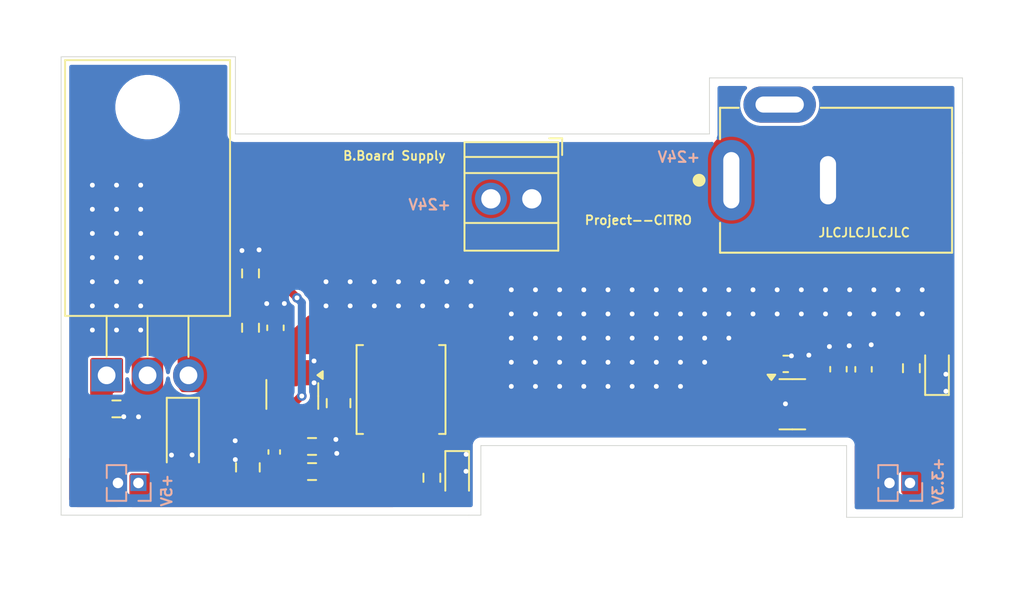
<source format=kicad_pcb>
(kicad_pcb (version 20240819) (generator "pcbnew") (generator_version "8.99")
  (layers (0 "F.Cu" signal) (2 "B.Cu" signal) (13 "F.Paste" user) (15 "B.Paste" user) (5 "F.SilkS" user "F.Silkscreen") (7 "B.SilkS" user "B.Silkscreen") (1 "F.Mask" user) (3 "B.Mask" user) (25 "Edge.Cuts" user))
  (net 0 "")
  (net 1 "GND")
  (net 2 "Net-(D1-K)")
  (net 3 "Net-(U1-SW)")
  (net 4 "Net-(U1-BOOT)")
  (net 5 "+5V")
  (net 6 "Net-(U1-FB)")
  (net 7 "+3.3V")
  (net 8 "24V")
  (net 9 "Net-(Q1-G)")
  (net 10 "Net-(U1-EN)")
  (net 12 "Net-(D2-A)")
  (net 13 "Net-(D3-A)")
  (footprint "Capacitor_SMD:C_0805_2012Metric_Pad1.18x1.45mm_HandSolder" (layer "F.Cu") (at 154.279 93.0405 90)
    (property "Reference" "C2")
    (property "Value" "100n")
    (fp_line (start -0.261252 -0.735) (end 0.261252 -0.735) (stroke (width 0.12)) (layer "F.SilkS"))
    (fp_line (start -0.261252 0.735) (end 0.261252 0.735) (stroke (width 0.12)) (layer "F.SilkS"))
    (pad "1" smd roundrect (at -1.0375 0 90) (size 1.175 1.45) (layers "F.Cu" "F.Mask" "F.Paste") (roundrect_rratio 0.212766) (net 4 "Net-(U1-BOOT)"))
    (pad "2" smd roundrect (at 1.0375 0 90) (size 1.175 1.45) (layers "F.Cu" "F.Mask" "F.Paste") (roundrect_rratio 0.212766) (net 3 "Net-(U1-SW)"))
  )
  (footprint "Resistor_SMD:R_0603_1608Metric_Pad0.98x0.95mm_HandSolder" (layer "F.Cu") (at 152.6345 97.291 180)
    (property "Reference" "R2")
    (property "Value" "100K")
    (fp_line (start -0.254724 0.5225) (end 0.254724 0.5225) (stroke (width 0.12)) (layer "F.SilkS"))
    (fp_line (start -0.254724 -0.5225) (end 0.254724 -0.5225) (stroke (width 0.12)) (layer "F.SilkS"))
    (pad "1" smd roundrect (at -0.9125 0 180) (size 0.975 0.95) (layers "F.Cu" "F.Mask" "F.Paste") (net 6 "Net-(U1-FB)"))
    (pad "2" smd roundrect (at 0.9125 0 180) (size 0.975 0.95) (layers "F.Cu" "F.Mask" "F.Paste") (net 5 "+5V"))
  )
  (footprint "Package_TO_SOT_THT:TO-220-3_Horizontal_TabDown" (layer "F.Cu") (at 139.885 91.314)
    (property "Reference" "Qe")
    (property "Value" "FQP47P06")
    (fp_line (start -2.58 -19.58) (end -2.58 -3.69) (stroke (width 0.12)) (layer "F.SilkS"))
    (fp_line (start -2.58 -19.58) (end 7.66 -19.58) (stroke (width 0.12)) (layer "F.SilkS"))
    (fp_line (start -2.58 -3.69) (end 7.66 -3.69) (stroke (width 0.12)) (layer "F.SilkS"))
    (fp_line (start 0 -3.69) (end 0 -1.15) (stroke (width 0.12)) (layer "F.SilkS"))
    (fp_line (start 2.54 -3.69) (end 2.54 -1.15) (stroke (width 0.12)) (layer "F.SilkS"))
    (fp_line (start 5.08 -3.69) (end 5.08 -1.15) (stroke (width 0.12)) (layer "F.SilkS"))
    (fp_line (start 7.66 -19.58) (end 7.66 -3.69) (stroke (width 0.12)) (layer "F.SilkS"))
    (pad "" np_thru_hole oval (at 2.54 -16.66) (size 3.5 3.5) (drill 3.5) (layers "*.Cu" "*.Mask"))
    (pad "1" thru_hole rect (at 0 0) (size 1.905 2) (drill 1.1) (layers "*.Cu" "*.Mask") (net 9 "Net-(Q1-G)"))
    (pad "2" thru_hole oval (at 2.54 0) (size 1.905 2) (drill 1.1) (layers "*.Cu" "*.Mask") (net 2 "Net-(D1-K)"))
    (pad "3" thru_hole oval (at 5.08 0) (size 1.905 2) (drill 1.1) (layers "*.Cu" "*.Mask") (net 8 "24V"))
  )
  (footprint "Resistor_SMD:R_0603_1608Metric_Pad0.98x0.95mm_HandSolder" (layer "F.Cu") (at 152.6325 95.731 180)
    (property "Reference" "R3")
    (property "Value" "13.7K")
    (fp_line (start -0.254724 0.5225) (end 0.254724 0.5225) (stroke (width 0.12)) (layer "F.SilkS"))
    (fp_line (start -0.254724 -0.5225) (end 0.254724 -0.5225) (stroke (width 0.12)) (layer "F.SilkS"))
    (pad "1" smd roundrect (at -0.9125 0 180) (size 0.975 0.95) (layers "F.Cu" "F.Mask" "F.Paste") (net 1 "GND"))
    (pad "2" smd roundrect (at 0.9125 0 180) (size 0.975 0.95) (layers "F.Cu" "F.Mask" "F.Paste") (net 6 "Net-(U1-FB)"))
  )
  (footprint "TerminalBlock:TerminalBlock_Xinya_XY308-2.54-2P_1x02_P2.54mm_Horizontal" (layer "F.Cu") (at 166.275 80.35 180)
    (property "Reference" "J4")
    (property "Value" "Screw_Terminal_01x02")
    (fp_line (start 4.18 -3.22) (end 4.18 3.52) (stroke (width 0.12)) (layer "F.SilkS"))
    (fp_line (start -1.64 3.52) (end 4.18 3.52) (stroke (width 0.12)) (layer "F.SilkS"))
    (fp_line (start -1.64 2.6) (end 4.18 2.6) (stroke (width 0.12)) (layer "F.SilkS"))
    (fp_line (start -1.64 1.6) (end 4.18 1.6) (stroke (width 0.12)) (layer "F.SilkS"))
    (fp_line (start -1.64 -1.501) (end 4.18 -1.501) (stroke (width 0.12)) (layer "F.SilkS"))
    (fp_line (start -1.64 -3.22) (end 4.18 -3.22) (stroke (width 0.12)) (layer "F.SilkS"))
    (fp_line (start -1.64 -3.22) (end -1.64 3.52) (stroke (width 0.12)) (layer "F.SilkS"))
    (fp_line (start -1.88 3.76) (end -1.08 3.76) (stroke (width 0.12)) (layer "F.SilkS"))
    (fp_line (start -1.88 2.72) (end -1.88 3.76) (stroke (width 0.12)) (layer "F.SilkS"))
    (pad "1" thru_hole rect (at 0 0 180) (size 2 2) (drill 1.2) (layers "*.Cu" "*.Mask") (net 1 "GND"))
    (pad "2" thru_hole circle (at 2.54 0 180) (size 2 2) (drill 1.2) (layers "*.Cu" "*.Mask") (net 8 "24V"))
  )
  (footprint "Capacitor_SMD:C_0603_1608Metric_Pad1.08x0.95mm_HandSolder" (layer "F.Cu") (at 186.86 90.94 90)
    (property "Reference" "C7")
    (property "Value" "2.2u")
    (fp_line (start -0.146267 -0.51) (end 0.146267 -0.51) (stroke (width 0.12)) (layer "F.SilkS"))
    (fp_line (start -0.146267 0.51) (end 0.146267 0.51) (stroke (width 0.12)) (layer "F.SilkS"))
    (pad "1" smd roundrect (at -0.8625 0 90) (size 1.075 0.95) (layers "F.Cu" "F.Mask" "F.Paste") (net 7 "+3.3V"))
    (pad "2" smd roundrect (at 0.8625 0 90) (size 1.075 0.95) (layers "F.Cu" "F.Mask" "F.Paste") (net 1 "GND"))
  )
  (footprint "Diode_SMD:D_SOD-123" (layer "F.Cu") (at 144.618 95.071 -90)
    (property "Reference" "D1")
    (property "Value" "D_Schottky")
    (fp_line (start -2.36 1) (end 1.65 1) (stroke (width 0.12)) (layer "F.SilkS"))
    (fp_line (start -2.36 -1) (end -2.36 1) (stroke (width 0.12)) (layer "F.SilkS"))
    (fp_line (start -2.36 -1) (end 1.65 -1) (stroke (width 0.12)) (layer "F.SilkS"))
    (pad "1" smd roundrect (at -1.65 0 270) (size 0.9 1.2) (layers "F.Cu" "F.Mask" "F.Paste") (net 2 "Net-(D1-K)"))
    (pad "2" smd roundrect (at 1.65 0 270) (size 0.9 1.2) (layers "F.Cu" "F.Mask" "F.Paste") (net 1 "GND"))
  )
  (footprint "Resistor_SMD:R_0603_1608Metric_Pad0.98x0.95mm_HandSolder" (layer "F.Cu") (at 148.8165 88.358 -90)
    (property "Reference" "R1")
    (property "Value" "511K")
    (fp_line (start -0.254724 0.5225) (end 0.254724 0.5225) (stroke (width 0.12)) (layer "F.SilkS"))
    (fp_line (start -0.254724 -0.5225) (end 0.254724 -0.5225) (stroke (width 0.12)) (layer "F.SilkS"))
    (pad "1" smd roundrect (at -0.9125 0 270) (size 0.975 0.95) (layers "F.Cu" "F.Mask" "F.Paste") (net 10 "Net-(U1-EN)"))
    (pad "2" smd roundrect (at 0.9125 0 270) (size 0.975 0.95) (layers "F.Cu" "F.Mask" "F.Paste") (net 2 "Net-(D1-K)"))
  )
  (footprint "Capacitor_SMD:C_0603_1608Metric_Pad1.08x0.95mm_HandSolder" (layer "F.Cu") (at 185.3025 90.9325 90)
    (property "Reference" "C6")
    (property "Value" "2.2u")
    (fp_line (start -0.146267 -0.51) (end 0.146267 -0.51) (stroke (width 0.12)) (layer "F.SilkS"))
    (fp_line (start -0.146267 0.51) (end 0.146267 0.51) (stroke (width 0.12)) (layer "F.SilkS"))
    (pad "1" smd roundrect (at -0.8625 0 90) (size 1.075 0.95) (layers "F.Cu" "F.Mask" "F.Paste") (net 7 "+3.3V"))
    (pad "2" smd roundrect (at 0.8625 0 90) (size 1.075 0.95) (layers "F.Cu" "F.Mask" "F.Paste") (net 1 "GND"))
  )
  (footprint "LED_SMD:LED_0603_1608Metric_Pad1.05x0.95mm_HandSolder" (layer "F.Cu") (at 191.42 90.8725 90)
    (property "Reference" "D3")
    (property "Value" "LED")
    (fp_line (start 0.8 -0.735) (end -1.66 -0.735) (stroke (width 0.12)) (layer "F.SilkS"))
    (fp_line (start -1.66 -0.735) (end -1.66 0.735) (stroke (width 0.12)) (layer "F.SilkS"))
    (fp_line (start -1.66 0.735) (end 0.8 0.735) (stroke (width 0.12)) (layer "F.SilkS"))
    (pad "1" smd roundrect (at -0.875 0 90) (size 1.05 0.95) (layers "F.Cu" "F.Mask" "F.Paste") (net 1 "GND"))
    (pad "2" smd roundrect (at 0.875 0 90) (size 1.05 0.95) (layers "F.Cu" "F.Mask" "F.Paste") (net 13 "Net-(D3-A)"))
  )
  (footprint "Capacitor_SMD:C_0603_1608Metric_Pad1.08x0.95mm_HandSolder" (layer "F.Cu") (at 182.0325 90.6025)
    (property "Reference" "C5")
    (property "Value" "2.2u")
    (fp_line (start -0.146267 -0.51) (end 0.146267 -0.51) (stroke (width 0.12)) (layer "F.SilkS"))
    (fp_line (start -0.146267 0.51) (end 0.146267 0.51) (stroke (width 0.12)) (layer "F.SilkS"))
    (pad "1" smd roundrect (at -0.8625 0) (size 1.075 0.95) (layers "F.Cu" "F.Mask" "F.Paste") (net 5 "+5V"))
    (pad "2" smd roundrect (at 0.8625 0) (size 1.075 0.95) (layers "F.Cu" "F.Mask" "F.Paste") (net 1 "GND"))
  )
  (footprint "Resistor_SMD:R_0603_1608Metric_Pad0.98x0.95mm_HandSolder" (layer "F.Cu") (at 148.816 84.983 -90)
    (property "Reference" "R7")
    (property "Value" "105K")
    (fp_line (start -0.254724 0.5225) (end 0.254724 0.5225) (stroke (width 0.12)) (layer "F.SilkS"))
    (fp_line (start -0.254724 -0.5225) (end 0.254724 -0.5225) (stroke (width 0.12)) (layer "F.SilkS"))
    (pad "1" smd roundrect (at -0.9125 0 270) (size 0.975 0.95) (layers "F.Cu" "F.Mask" "F.Paste") (net 1 "GND"))
    (pad "2" smd roundrect (at 0.9125 0 270) (size 0.975 0.95) (layers "F.Cu" "F.Mask" "F.Paste") (net 10 "Net-(U1-EN)"))
  )
  (footprint "Resistor_SMD:R_0603_1608Metric_Pad0.98x0.95mm_HandSolder" (layer "F.Cu") (at 189.83 90.87 -90)
    (property "Reference" "R6")
    (property "Value" "1K")
    (fp_line (start -0.254724 0.5225) (end 0.254724 0.5225) (stroke (width 0.12)) (layer "F.SilkS"))
    (fp_line (start -0.254724 -0.5225) (end 0.254724 -0.5225) (stroke (width 0.12)) (layer "F.SilkS"))
    (pad "1" smd roundrect (at -0.9125 0 270) (size 0.975 0.95) (layers "F.Cu" "F.Mask" "F.Paste") (net 13 "Net-(D3-A)"))
    (pad "2" smd roundrect (at 0.9125 0 270) (size 0.975 0.95) (layers "F.Cu" "F.Mask" "F.Paste") (net 7 "+3.3V"))
  )
  (footprint "Capacitor_SMD:C_0402_1005Metric_Pad0.74x0.62mm_HandSolder" (layer "F.Cu") (at 150.288 96.075 90)
    (property "Reference" "C3")
    (property "Value" "68p")
    (fp_line (start -0.115835 -0.36) (end 0.115835 -0.36) (stroke (width 0.12)) (layer "F.SilkS"))
    (fp_line (start -0.115835 0.36) (end 0.115835 0.36) (stroke (width 0.12)) (layer "F.SilkS"))
    (pad "1" smd roundrect (at -0.5675 0 90) (size 0.735 0.62) (layers "F.Cu" "F.Mask" "F.Paste") (net 5 "+5V"))
    (pad "2" smd roundrect (at 0.5675 0 90) (size 0.735 0.62) (layers "F.Cu" "F.Mask" "F.Paste") (net 6 "Net-(U1-FB)"))
  )
  (footprint "Package_TO_SOT_SMD:SOT-23-5" (layer "F.Cu") (at 182.4425 93.11)
    (property "Reference" "U2")
    (property "Value" "LP5907MFX-3.3")
    (fp_line (start 0 -1.56) (end -0.8 -1.56) (stroke (width 0.12)) (layer "F.SilkS"))
    (fp_line (start 0 -1.56) (end 0.8 -1.56) (stroke (width 0.12)) (layer "F.SilkS"))
    (fp_line (start 0 1.56) (end -0.8 1.56) (stroke (width 0.12)) (layer "F.SilkS"))
    (fp_line (start 0 1.56) (end 0.8 1.56) (stroke (width 0.12)) (layer "F.SilkS"))
    (fp_poly (pts (xy -1.3 -1.51) (xy -1.54 -1.84) (xy -1.06 -1.84) (xy -1.3 -1.51)) (stroke (width 0.12)) (fill solid) (layer "F.SilkS"))
    (pad "1" smd roundrect (at -1.1375 -0.95) (size 1.325 0.6) (layers "F.Cu" "F.Mask" "F.Paste") (net 5 "+5V"))
    (pad "2" smd roundrect (at -1.1375 0) (size 1.325 0.6) (layers "F.Cu" "F.Mask" "F.Paste") (net 1 "GND"))
    (pad "3" smd roundrect (at -1.1375 0.95) (size 1.325 0.6) (layers "F.Cu" "F.Mask" "F.Paste") (net 5 "+5V"))
    (pad "4" smd roundrect (at 1.1375 0.95) (size 1.325 0.6) (layers "F.Cu" "F.Mask" "F.Paste"))
    (pad "5" smd roundrect (at 1.1375 -0.95) (size 1.325 0.6) (layers "F.Cu" "F.Mask" "F.Paste") (net 7 "+3.3V"))
  )
  (footprint "Capacitor_SMD:C_0603_1608Metric_Pad1.08x0.95mm_HandSolder" (layer "F.Cu") (at 150.363 88.361 90)
    (property "Reference" "C1")
    (property "Value" "22u")
    (fp_line (start -0.146267 -0.51) (end 0.146267 -0.51) (stroke (width 0.12)) (layer "F.SilkS"))
    (fp_line (start -0.146267 0.51) (end 0.146267 0.51) (stroke (width 0.12)) (layer "F.SilkS"))
    (pad "1" smd roundrect (at -0.8625 0 90) (size 1.075 0.95) (layers "F.Cu" "F.Mask" "F.Paste") (net 2 "Net-(D1-K)"))
    (pad "2" smd roundrect (at 0.8625 0 90) (size 1.075 0.95) (layers "F.Cu" "F.Mask" "F.Paste") (net 1 "GND"))
  )
  (footprint "Inductor_SMD:L_Changjiang_FNR5040S" (layer "F.Cu") (at 158.1565 92.194 -90)
    (property "Reference" "L1")
    (property "Value" "15u58mOhm")
    (fp_line (start -2.76 2.76) (end 2.76 2.76) (stroke (width 0.12)) (layer "F.SilkS"))
    (fp_line (start -2.76 2.76) (end -2.76 2.36) (stroke (width 0.12)) (layer "F.SilkS"))
    (fp_line (start 2.76 2.76) (end 2.76 2.36) (stroke (width 0.12)) (layer "F.SilkS"))
    (fp_line (start -2.76 -2.76) (end -2.76 -2.36) (stroke (width 0.12)) (layer "F.SilkS"))
    (fp_line (start -2.76 -2.76) (end 2.76 -2.76) (stroke (width 0.12)) (layer "F.SilkS"))
    (fp_line (start 2.76 -2.76) (end 2.76 -2.36) (stroke (width 0.12)) (layer "F.SilkS"))
    (pad "1" smd rect (at -1.85 0 270) (size 1.4 4.2) (layers "F.Cu" "F.Mask" "F.Paste") (net 3 "Net-(U1-SW)"))
    (pad "2" smd rect (at 1.85 0 270) (size 1.4 4.2) (layers "F.Cu" "F.Mask" "F.Paste") (net 5 "+5V"))
  )
  (footprint "LED_SMD:LED_0603_1608Metric_Pad1.05x0.95mm_HandSolder" (layer "F.Cu") (at 161.64 97.677 -90)
    (property "Reference" "D2")
    (property "Value" "LED")
    (fp_line (start -1.66 0.735) (end 0.8 0.735) (stroke (width 0.12)) (layer "F.SilkS"))
    (fp_line (start -1.66 -0.735) (end -1.66 0.735) (stroke (width 0.12)) (layer "F.SilkS"))
    (fp_line (start 0.8 -0.735) (end -1.66 -0.735) (stroke (width 0.12)) (layer "F.SilkS"))
    (pad "1" smd roundrect (at -0.875 0 270) (size 1.05 0.95) (layers "F.Cu" "F.Mask" "F.Paste") (net 1 "GND"))
    (pad "2" smd roundrect (at 0.875 0 270) (size 1.05 0.95) (layers "F.Cu" "F.Mask" "F.Paste") (net 12 "Net-(D2-A)"))
  )
  (footprint "Barrel_Connector:CUI_PJ-002A" (layer "F.Cu") (at 178.655 79.195)
    (property "Reference" "J1")
    (property "Value" "Barrel_Jack_MountingPin")
    (fp_line (start -0.7 -4.5) (end 0.45 -4.5) (stroke (width 0.127)) (layer "F.SilkS"))
    (fp_line (start -0.7 -2.55) (end -0.7 -4.5) (stroke (width 0.127)) (layer "F.SilkS"))
    (fp_line (start -0.7 4.5) (end -0.7 2.65) (stroke (width 0.127)) (layer "F.SilkS"))
    (fp_line (start 5.55 -4.5) (end 13.7 -4.5) (stroke (width 0.127)) (layer "F.SilkS"))
    (fp_line (start 13.7 -4.5) (end 13.7 4.5) (stroke (width 0.127)) (layer "F.SilkS"))
    (fp_line (start 13.7 4.5) (end -0.7 4.5) (stroke (width 0.127)) (layer "F.SilkS"))
    (fp_circle (center -2 0) (end -1.8 0) (stroke (width 0.4)) (fill none) (layer "F.SilkS"))
    (pad "1" thru_hole oval (at 0 0) (size 2.5 5) (drill oval 1 3.5) (layers "*.Cu" "*.Mask") (net 8 "24V"))
    (pad "2" thru_hole oval (at 6 0) (size 2.25 4.5) (drill oval 1 3) (layers "*.Cu" "*.Mask") (net 1 "GND"))
    (pad "3" thru_hole oval (at 3 -4.7) (size 4.5 2.25) (drill oval 3 1) (layers "*.Cu" "*.Mask"))
  )
  (footprint "Capacitor_SMD:C_0805_2012Metric_Pad1.18x1.45mm_HandSolder" (layer "F.Cu") (at 148.652 97.03 90)
    (property "Reference" "C4")
    (property "Value" "47u")
    (fp_line (start -0.261252 -0.735) (end 0.261252 -0.735) (stroke (width 0.12)) (layer "F.SilkS"))
    (fp_line (start -0.261252 0.735) (end 0.261252 0.735) (stroke (width 0.12)) (layer "F.SilkS"))
    (pad "1" smd roundrect (at -1.0375 0 90) (size 1.175 1.45) (layers "F.Cu" "F.Mask" "F.Paste") (roundrect_rratio 0.212766) (net 5 "+5V"))
    (pad "2" smd roundrect (at 1.0375 0 90) (size 1.175 1.45) (layers "F.Cu" "F.Mask" "F.Paste") (roundrect_rratio 0.212766) (net 1 "GND"))
  )
  (footprint "Package_TO_SOT_SMD:SOT-23-6_Handsoldering" (layer "F.Cu") (at 151.409 92.5005 -90)
    (property "Reference" "U1")
    (property "Value" "TPS54202DDC")
    (fp_line (start -0.9 1.61) (end 0.9 1.61) (stroke (width 0.12)) (layer "F.SilkS"))
    (fp_line (start 0.1 -1.61) (end -0.7 -1.61) (stroke (width 0.12)) (layer "F.SilkS"))
    (fp_line (start 0.1 -1.61) (end 0.9 -1.61) (stroke (width 0.12)) (layer "F.SilkS"))
    (fp_poly (pts (xy -1.2 -1.56) (xy -1.44 -1.89) (xy -0.96 -1.89) (xy -1.2 -1.56)) (stroke (width 0.12)) (fill solid) (layer "F.SilkS"))
    (pad "1" smd roundrect (at -1.35 -0.95 270) (size 1.56 0.65) (layers "F.Cu" "F.Mask" "F.Paste") (net 1 "GND"))
    (pad "2" smd roundrect (at -1.35 0 270) (size 1.56 0.65) (layers "F.Cu" "F.Mask" "F.Paste") (net 3 "Net-(U1-SW)"))
    (pad "3" smd roundrect (at -1.35 0.95 270) (size 1.56 0.65) (layers "F.Cu" "F.Mask" "F.Paste") (net 2 "Net-(D1-K)"))
    (pad "4" smd roundrect (at 1.35 0.95 270) (size 1.56 0.65) (layers "F.Cu" "F.Mask" "F.Paste") (net 6 "Net-(U1-FB)"))
    (pad "5" smd roundrect (at 1.35 0 270) (size 1.56 0.65) (layers "F.Cu" "F.Mask" "F.Paste") (net 10 "Net-(U1-EN)"))
    (pad "6" smd roundrect (at 1.35 -0.95 270) (size 1.56 0.65) (layers "F.Cu" "F.Mask" "F.Paste") (net 4 "Net-(U1-BOOT)"))
  )
  (footprint "Resistor_SMD:R_0603_1608Metric_Pad0.98x0.95mm_HandSolder" (layer "F.Cu") (at 160.07 97.677 90)
    (property "Reference" "R5")
    (property "Value" "1K")
    (fp_line (start -0.254724 -0.5225) (end 0.254724 -0.5225) (stroke (width 0.12)) (layer "F.SilkS"))
    (fp_line (start -0.254724 0.5225) (end 0.254724 0.5225) (stroke (width 0.12)) (layer "F.SilkS"))
    (pad "1" smd roundrect (at -0.9125 0 90) (size 0.975 0.95) (layers "F.Cu" "F.Mask" "F.Paste") (net 12 "Net-(D2-A)"))
    (pad "2" smd roundrect (at 0.9125 0 90) (size 0.975 0.95) (layers "F.Cu" "F.Mask" "F.Paste") (net 5 "+5V"))
  )
  (footprint "Resistor_SMD:R_0603_1608Metric_Pad0.98x0.95mm_HandSolder" (layer "F.Cu") (at 140.495 93.396 180)
    (property "Reference" "R4")
    (property "Value" "10K")
    (fp_line (start -0.254724 0.5225) (end 0.254724 0.5225) (stroke (width 0.12)) (layer "F.SilkS"))
    (fp_line (start -0.254724 -0.5225) (end 0.254724 -0.5225) (stroke (width 0.12)) (layer "F.SilkS"))
    (pad "1" smd roundrect (at -0.9125 0 180) (size 0.975 0.95) (layers "F.Cu" "F.Mask" "F.Paste") (net 1 "GND"))
    (pad "2" smd roundrect (at 0.9125 0 180) (size 0.975 0.95) (layers "F.Cu" "F.Mask" "F.Paste") (net 9 "Net-(Q1-G)"))
  )
  (footprint "Connector_PinHeader_1.27mm:PinHeader_1x02_P1.27mm_Vertical" (layer "B.Cu") (at 141.859 98 90)
    (property "Reference" "J2")
    (property "Value" "Conn_01x02_Pin")
    (fp_line (start 0.30753 -1.965) (end 1.11 -1.965) (stroke (width 0.12)) (layer "B.SilkS"))
    (fp_line (start -1.11 -1.965) (end -0.30753 -1.965) (stroke (width 0.12)) (layer "B.SilkS"))
    (fp_line (start 1.11 -0.76) (end 1.11 -1.965) (stroke (width 0.12)) (layer "B.SilkS"))
    (fp_line (start 0.563471 -0.76) (end 1.11 -0.76) (stroke (width 0.12)) (layer "B.SilkS"))
    (fp_line (start -1.11 -0.76) (end -1.11 -1.965) (stroke (width 0.12)) (layer "B.SilkS"))
    (fp_line (start -1.11 -0.76) (end -0.563471 -0.76) (stroke (width 0.12)) (layer "B.SilkS"))
    (fp_line (start -1.11 0) (end -1.11 0.76) (stroke (width 0.12)) (layer "B.SilkS"))
    (fp_line (start -1.11 0.76) (end 0 0.76) (stroke (width 0.12)) (layer "B.SilkS"))
    (pad "1" thru_hole rect (at 0 0 90) (size 1 1) (drill 0.65) (layers "F&B.Cu" "*.Mask") (net 5 "+5V"))
    (pad "2" thru_hole oval (at 0 -1.27 90) (size 1 1) (drill 0.65) (layers "F&B.Cu" "*.Mask") (net 1 "GND"))
  )
  (footprint "Connector_PinHeader_1.27mm:PinHeader_1x02_P1.27mm_Vertical" (layer "B.Cu") (at 189.741 98 90)
    (property "Reference" "J3")
    (property "Value" "Conn_01x02_Pin")
    (fp_line (start 0.30753 -1.965) (end 1.11 -1.965) (stroke (width 0.12)) (layer "B.SilkS"))
    (fp_line (start -1.11 -1.965) (end -0.30753 -1.965) (stroke (width 0.12)) (layer "B.SilkS"))
    (fp_line (start 1.11 -0.76) (end 1.11 -1.965) (stroke (width 0.12)) (layer "B.SilkS"))
    (fp_line (start 0.563471 -0.76) (end 1.11 -0.76) (stroke (width 0.12)) (layer "B.SilkS"))
    (fp_line (start -1.11 -0.76) (end -1.11 -1.965) (stroke (width 0.12)) (layer "B.SilkS"))
    (fp_line (start -1.11 -0.76) (end -0.563471 -0.76) (stroke (width 0.12)) (layer "B.SilkS"))
    (fp_line (start -1.11 0) (end -1.11 0.76) (stroke (width 0.12)) (layer "B.SilkS"))
    (fp_line (start -1.11 0.76) (end 0 0.76) (stroke (width 0.12)) (layer "B.SilkS"))
    (pad "1" thru_hole rect (at 0 0 90) (size 1 1) (drill 0.65) (layers "F&B.Cu" "*.Mask") (net 7 "+3.3V"))
    (pad "2" thru_hole oval (at 0 -1.27 90) (size 1 1) (drill 0.65) (layers "F&B.Cu" "*.Mask") (net 1 "GND"))
  )
  (gr_line (start 147.878 76.323) (end 177.296 76.323) (stroke (width 0.05)) (layer "Edge.Cuts"))
  (gr_line (start 147.878 71.525) (end 147.878 76.323) (stroke (width 0.05)) (layer "Edge.Cuts"))
  (gr_line (start 137.062 71.525) (end 147.878 71.525) (stroke (width 0.05)) (layer "Edge.Cuts"))
  (gr_line (start 193 100) (end 193 100.133) (stroke (width 0.05)) (layer "Edge.Cuts"))
  (gr_line (start 137.062 75.43) (end 137.062 71.525) (stroke (width 0.05)) (layer "Edge.Cuts"))
  (gr_line (start 193 77.5) (end 193 72.838) (stroke (width 0.05)) (layer "Edge.Cuts"))
  (gr_line (start 185.81 100.133) (end 193 100.133) (stroke (width 0.05)) (layer "Edge.Cuts"))
  (gr_line (start 163.11 100) (end 163.11 95.678) (stroke (width 0.05)) (layer "Edge.Cuts"))
  (gr_line (start 193 77.5) (end 193 100) (stroke (width 0.05)) (layer "Edge.Cuts"))
  (gr_line (start 177.296 72.838) (end 193 72.838) (stroke (width 0.05)) (layer "Edge.Cuts"))
  (gr_line (start 162.37 100) (end 163.11 100) (stroke (width 0.05)) (layer "Edge.Cuts"))
  (gr_line (start 185.81 95.678) (end 185.81 100.133) (stroke (width 0.05)) (layer "Edge.Cuts"))
  (gr_line (start 177.296 76.323) (end 177.296 72.838) (stroke (width 0.05)) (layer "Edge.Cuts"))
  (gr_line (start 137.062 100) (end 137.062 75.43) (stroke (width 0.05)) (layer "Edge.Cuts"))
  (gr_line (start 163.11 95.678) (end 185.81 95.678) (stroke (width 0.05)) (layer "Edge.Cuts"))
  (gr_line (start 137.062 100) (end 162.37 100) (stroke (width 0.05)) (layer "Edge.Cuts"))
  (gr_text "JLCJLCJLCJLC" (at 184 82.77 0) (layer "F.SilkS") (effects (font (size 0.55 0.55) (thickness 0.11) (bold yes)) (justify left bottom)))
  (gr_text "B.Board Supply " (at 154.5 78 0) (layer "F.SilkS") (effects (font (size 0.55 0.55) (thickness 0.11) (bold yes)) (justify left bottom)))
  (gr_text "Project--CITRO" (at 169.5 82 0) (layer "F.SilkS") (effects (font (size 0.55 0.55) (thickness 0.11) (bold yes)) (justify left bottom)))
  (gr_text "+5V\n" (at 143.996 97.379 90) (layer "B.SilkS") (effects (font (size 0.65 0.65) (thickness 0.13) (bold yes)) (justify left bottom mirror)))
  (gr_text "+24V" (at 176.787 78.137 0) (layer "B.SilkS") (effects (font (size 0.65 0.65) (thickness 0.13) (bold yes)) (justify left bottom mirror)))
  (gr_text "+24V" (at 161.318 81.097 0) (layer "B.SilkS") (effects (font (size 0.65 0.65) (thickness 0.13) (bold yes)) (justify left bottom mirror)))
  (gr_text "+3.3V\n" (at 191.871 96.346 90) (layer "B.SilkS") (effects (font (size 0.65 0.65) (thickness 0.13) (bold yes)) (justify left bottom mirror)))
  (segment (start 144.618 96.721) (end 144.726 96.721) (width 0.5) (layer "F.Cu") (net 1))
  (segment (start 153.7375 95.731) (end 154.1675 96.161) (width 0.5) (layer "F.Cu") (net 1))
  (segment (start 140.949 93.882) (end 141.857 93.882) (width 0.5) (layer "F.Cu") (net 1))
  (segment (start 187.226 89.526) (end 187.337 89.415) (width 0.5) (layer "F.Cu") (net 1))
  (segment (start 141.4075 93.4325) (end 141.865 93.89) (width 0.5) (layer "F.Cu") (net 1))
  (segment (start 182.384 90.104) (end 183.423 90.104) (width 0.5) (layer "F.Cu") (net 1))
  (segment (start 152.359 90.819) (end 152.757 90.421) (width 0.5) (layer "F.Cu") (net 1))
  (segment (start 150.91 86.858) (end 150.915 86.853) (width 0.5) (layer "F.Cu") (net 1))
  (segment (start 191.4675 91.7475) (end 191.971 91.244) (width 0.5) (layer "F.Cu") (net 1))
  (segment (start 141.4075 93.396) (end 141.4075 93.4325) (width 0.5) (layer "F.Cu") (net 1))
  (segment (start 148.7905 84.0705) (end 148.283 83.563) (width 0.5) (layer "F.Cu") (net 1))
  (segment (start 154.1125 95.297) (end 153.979 95.297) (width 0.5) (layer "F.Cu") (net 1))
  (segment (start 143.919 96.258) (end 143.911 96.266) (width 0.5) (layer "F.Cu") (net 1))
  (segment (start 191.975 92.3) (end 191.975 91.248) (width 0.5) (layer "F.Cu") (net 1))
  (segment (start 191.4225 91.7475) (end 191.975 92.3) (width 0.5) (layer "F.Cu") (net 1))
  (segment (start 147.863 95.375) (end 147.863 96.539) (width 0.5) (layer "F.Cu") (net 1))
  (segment (start 185.3025 90.07) (end 185.378 90.07) (width 0.5) (layer "F.Cu") (net 1))
  (segment (start 186.86 89.892) (end 187.337 89.415) (width 0.5) (layer "F.Cu") (net 1))
  (segment (start 149.302 83.563) (end 149.346 83.519) (width 0.5) (layer "F.Cu") (net 1))
  (segment (start 152.757 91.774) (end 152.76 91.777) (width 0.5) (layer "F.Cu") (net 1))
  (segment (start 153.979 95.297) (end 153.545 95.731) (width 0.5) (layer "F.Cu") (net 1))
  (segment (start 148.816 84.049) (end 149.346 83.519) (width 0.5) (layer "F.Cu") (net 1))
  (segment (start 141.4075 93.4235) (end 140.949 93.882) (width 0.5) (layer "F.Cu") (net 1))
  (segment (start 181.988 93.11) (end 182.014 93.084) (width 0.5) (layer "F.Cu") (net 1))
  (segment (start 145.189 96.258) (end 143.919 96.258) (width 0.5) (layer "F.Cu") (net 1))
  (segment (start 154.1675 95.352) (end 154.1125 95.297) (width 0.5) (layer "F.Cu") (net 1))
  (segment (start 150.363 87.405) (end 150.915 86.853) (width 0.5) (layer "F.Cu") (net 1))
  (segment (start 186.5735 90.0775) (end 185.972 89.476) (width 0.5) (layer "F.Cu") (net 1))
  (segment (start 150.363 87.4985) (end 150.363 87.401) (width 0.5) (layer "F.Cu") (net 1))
  (segment (start 153.545 95.731) (end 153.7375 95.731) (width 0.5) (layer "F.Cu") (net 1))
  (segment (start 181.305 93.11) (end 181.988 93.11) (width 0.5) (layer "F.Cu") (net 1))
  (segment (start 149.82 86.858) (end 150.91 86.858) (width 0.5) (layer "F.Cu") (net 1))
  (segment (start 152.757 90.421) (end 152.757 91.774) (width 0.5) (layer "F.Cu") (net 1))
  (segment (start 191.42 91.7475) (end 191.4675 91.7475) (width 0.5) (layer "F.Cu") (net 1))
  (segment (start 182.9245 90.6025) (end 183.467 90.06) (width 0.5) (layer "F.Cu") (net 1))
  (segment (start 148.816 84.0705) (end 148.816 84.049) (width 0.5) (layer "F.Cu") (net 1))
  (segment (start 144.726 96.721) (end 145.189 96.258) (width 0.5) (layer "F.Cu") (net 1))
  (segment (start 148.4805 95.9925) (end 147.863 95.375) (width 0.5) (layer "F.Cu") (net 1))
  (segment (start 148.283 83.563) (end 149.302 83.563) (width 0.5) (layer "F.Cu") (net 1))
  (segment (start 191.42 91.7475) (end 191.4225 91.7475) (width 0.5) (layer "F.Cu") (net 1))
  (segment (start 185.378 90.07) (end 185.972 89.476) (width 0.5) (layer "F.Cu") (net 1))
  (segment (start 186.86 90.0775) (end 186.86 89.892) (width 0.5) (layer "F.Cu") (net 1))
  (segment (start 185.286 90.07) (end 184.742 89.526) (width 0.5) (layer "F.Cu") (net 1))
  (segment (start 150.363 87.401) (end 149.82 86.858) (width 0.5) (layer "F.Cu") (net 1))
  (segment (start 144.618 96.721) (end 144.366 96.721) (width 0.5) (layer "F.Cu") (net 1))
  (segment (start 152.359 91.1505) (end 152.359 91.376) (width 0.5) (layer "F.Cu") (net 1))
  (segment (start 150.363 87.4985) (end 150.363 87.405) (width 0.5) (layer "F.Cu") (net 1))
  (segment (start 148.4255 95.9925) (end 147.871 96.547) (width 0.5) (layer "F.Cu") (net 1))
  (segment (start 182.895 90.6025) (end 182.9245 90.6025) (width 0.5) (layer "F.Cu") (net 1))
  (segment (start 148.652 95.9925) (end 148.4255 95.9925) (width 0.5) (layer "F.Cu") (net 1))
  (segment (start 141.4075 93.396) (end 141.4075 93.4235) (width 0.5) (layer "F.Cu") (net 1))
  (segment (start 147.863 96.539) (end 147.871 96.547) (width 0.5) (layer "F.Cu") (net 1))
  (segment (start 182.8825 90.6025) (end 182.384 90.104) (width 0.5) (layer "F.Cu") (net 1))
  (segment (start 182.895 90.6025) (end 182.8825 90.6025) (width 0.5) (layer "F.Cu") (net 1))
  (segment (start 191.975 91.248) (end 191.971 91.244) (width 0.5) (layer "F.Cu") (net 1))
  (segment (start 141.857 93.882) (end 141.865 93.89) (width 0.5) (layer "F.Cu") (net 1))
  (segment (start 148.652 95.9925) (end 148.4805 95.9925) (width 0.5) (layer "F.Cu") (net 1))
  (segment (start 185.3025 90.07) (end 185.286 90.07) (width 0.5) (layer "F.Cu") (net 1))
  (segment (start 186.86 90.0775) (end 186.5735 90.0775) (width 0.5) (layer "F.Cu") (net 1))
  (segment (start 144.366 96.721) (end 143.911 96.266) (width 0.5) (layer "F.Cu") (net 1))
  (segment (start 154.1675 96.161) (end 154.1675 95.352) (width 0.5) (layer "F.Cu") (net 1))
  (segment (start 148.816 84.0705) (end 148.7905 84.0705) (width 0.5) (layer "F.Cu") (net 1))
  (segment (start 183.423 90.104) (end 183.467 90.06) (width 0.5) (layer "F.Cu") (net 1))
  (segment (start 152.359 91.1505) (end 152.359 90.819) (width 0.5) (layer "F.Cu") (net 1))
  (segment (start 152.359 91.376) (end 152.76 91.777) (width 0.5) (layer "F.Cu") (net 1))
  (segment (start 184.742 89.526) (end 187.226 89.526) (width 0.5) (layer "F.Cu") (net 1))
  (via (at 171 89) (size 0.6) (drill 0.3) (layers "F.Cu" "B.Cu") (net 1))
  (via (at 162.199 96.22) (size 0.6) (drill 0.3) (layers "F.Cu" "B.Cu") (net 1))
  (via (at 140.5 88.5) (size 0.6) (drill 0.3) (layers "F.Cu" "B.Cu") (net 1))
  (via (at 139 85.5) (size 0.6) (drill 0.3) (layers "F.Cu" "B.Cu") (net 1))
  (via (at 159.5 85.5) (size 0.6) (drill 0.3) (layers "F.Cu" "B.Cu") (net 1))
  (via (at 183 86) (size 0.6) (drill 0.3) (layers "F.Cu" "B.Cu") (net 1))
  (via (at 165 90.5) (size 0.6) (drill 0.3) (layers "F.Cu" "B.Cu") (net 1))
  (via (at 142 87) (size 0.6) (drill 0.3) (layers "F.Cu" "B.Cu") (net 1))
  (via (at 177 89) (size 0.6) (drill 0.3) (layers "F.Cu" "B.Cu") (net 1))
  (via (at 140.949 93.882) (size 0.6) (drill 0.3) (layers "F.Cu" "B.Cu") (net 1))
  (via (at 172.5 90.5) (size 0.6) (drill 0.3) (layers "F.Cu" "B.Cu") (net 1))
  (via (at 175.5 90.5) (size 0.6) (drill 0.3) (layers "F.Cu" "B.Cu") (net 1))
  (via (at 155 87) (size 0.6) (drill 0.3) (layers "F.Cu" "B.Cu") (net 1))
  (via (at 169.5 87.5) (size 0.6) (drill 0.3) (layers "F.Cu" "B.Cu") (net 1))
  (via (at 189 87.5) (size 0.6) (drill 0.3) (layers "F.Cu" "B.Cu") (net 1))
  (via (at 190.5 86) (size 0.6) (drill 0.3) (layers "F.Cu" "B.Cu") (net 1))
  (via (at 181.5 87.5) (size 0.6) (drill 0.3) (layers "F.Cu" "B.Cu") (net 1))
  (via (at 171 86) (size 0.6) (drill 0.3) (layers "F.Cu" "B.Cu") (net 1))
  (via (at 184.5 87.5) (size 0.6) (drill 0.3) (layers "F.Cu" "B.Cu") (net 1))
  (via (at 161 85.5) (size 0.6) (drill 0.3) (layers "F.Cu" "B.Cu") (net 1))
  (via (at 156.5 85.5) (size 0.6) (drill 0.3) (layers "F.Cu" "B.Cu") (net 1))
  (via (at 189 86) (size 0.6) (drill 0.3) (layers "F.Cu" "B.Cu") (net 1))
  (via (at 155 85.5) (size 0.6) (drill 0.3) (layers "F.Cu" "B.Cu") (net 1))
  (via (at 139 79.5) (size 0.6) (drill 0.3) (layers "F.Cu" "B.Cu") (net 1))
  (via (at 169.5 89) (size 0.6) (drill 0.3) (layers "F.Cu" "B.Cu") (net 1))
  (via (at 140.5 84) (size 0.6) (drill 0.3) (layers "F.Cu" "B.Cu") (net 1))
  (via (at 181.5 86) (size 0.6) (drill 0.3) (layers "F.Cu" "B.Cu") (net 1))
  (via (at 172.5 87.5) (size 0.6) (drill 0.3) (layers "F.Cu" "B.Cu") (net 1))
  (via (at 191.975 92.3) (size 0.6) (drill 0.3) (layers "F.Cu" "B.Cu") (net 1))
  (via (at 177 90.5) (size 0.6) (drill 0.3) (layers "F.Cu" "B.Cu") (net 1))
  (via (at 165 87.5) (size 0.6) (drill 0.3) (layers "F.Cu" "B.Cu") (net 1))
  (via (at 184.742 89.526) (size 0.6) (drill 0.3) (layers "F.Cu" "B.Cu") (net 1))
  (via (at 140.5 87) (size 0.6) (drill 0.3) (layers "F.Cu" "B.Cu") (net 1))
  (via (at 174 92) (size 0.6) (drill 0.3) (layers "F.Cu" "B.Cu") (net 1))
  (via (at 182.384 90.104) (size 0.6) (drill 0.3) (layers "F.Cu" "B.Cu") (net 1))
  (via (at 154.1125 95.297) (size 0.6) (drill 0.3) (layers "F.Cu" "B.Cu") (net 1))
  (via (at 187.5 86) (size 0.6) (drill 0.3) (layers "F.Cu" "B.Cu") (net 1))
  (via (at 161 87) (size 0.6) (drill 0.3) (layers "F.Cu" "B.Cu") (net 1))
  (via (at 166.5 92) (size 0.6) (drill 0.3) (layers "F.Cu" "B.Cu") (net 1))
  (via (at 190.5 87.5) (size 0.6) (drill 0.3) (layers "F.Cu" "B.Cu") (net 1))
  (via (at 153.5 87) (size 0.6) (drill 0.3) (layers "F.Cu" "B.Cu") (net 1))
  (via (at 177 86) (size 0.6) (drill 0.3) (layers "F.Cu" "B.Cu") (net 1))
  (via (at 162.5 85.5) (size 0.6) (drill 0.3) (layers "F.Cu" "B.Cu") (net 1))
  (via (at 142 84) (size 0.6) (drill 0.3) (layers "F.Cu" "B.Cu") (net 1))
  (via (at 171 90.5) (size 0.6) (drill 0.3) (layers "F.Cu" "B.Cu") (net 1))
  (via (at 178.5 89) (size 0.6) (drill 0.3) (layers "F.Cu" "B.Cu") (net 1))
  (via (at 166.5 87.5) (size 0.6) (drill 0.3) (layers "F.Cu" "B.Cu") (net 1))
  (via (at 140.5 85.5) (size 0.6) (drill 0.3) (layers "F.Cu" "B.Cu") (net 1))
  (via (at 166.5 86) (size 0.6) (drill 0.3) (layers "F.Cu" "B.Cu") (net 1))
  (via (at 172.5 92) (size 0.6) (drill 0.3) (layers "F.Cu" "B.Cu") (net 1))
  (via (at 183.467 90.06) (size 0.6) (drill 0.3) (layers "F.Cu" "B.Cu") (net 1))
  (via (at 186 86) (size 0.6) (drill 0.3) (layers "F.Cu" "B.Cu") (net 1))
  (via (at 180 87.5) (size 0.6) (drill 0.3) (layers "F.Cu" "B.Cu") (net 1))
  (via (at 147.863 95.375) (size 0.6) (drill 0.3) (layers "F.Cu" "B.Cu") (net 1))
  (via (at 165 89) (size 0.6) (drill 0.3) (layers "F.Cu" "B.Cu") (net 1))
  (via (at 162.189 97.274) (size 0.6) (drill 0.3) (layers "F.Cu" "B.Cu") (net 1))
  (via (at 172.5 89) (size 0.6) (drill 0.3) (layers "F.Cu" "B.Cu") (net 1))
  (via (at 171 92) (size 0.6) (drill 0.3) (layers "F.Cu" "B.Cu") (net 1))
  (via (at 171 87.5) (size 0.6) (drill 0.3) (layers "F.Cu" "B.Cu") (net 1))
  (via (at 175.5 92) (size 0.6) (drill 0.3) (layers "F.Cu" "B.Cu") (net 1))
  (via (at 156.5 87) (size 0.6) (drill 0.3) (layers "F.Cu" "B.Cu") (net 1))
  (via (at 183 87.5) (size 0.6) (drill 0.3) (layers "F.Cu" "B.Cu") (net 1))
  (via (at 153.5 85.5) (size 0.6) (drill 0.3) (layers "F.Cu" "B.Cu") (net 1))
  (via (at 174 86) (size 0.6) (drill 0.3) (layers "F.Cu" "B.Cu") (net 1))
  (via (at 166.5 90.5) (size 0.6) (drill 0.3) (layers "F.Cu" "B.Cu") (net 1))
  (via (at 180 86) (size 0.6) (drill 0.3) (layers "F.Cu" "B.Cu") (net 1))
  (via (at 141.865 93.89) (size 0.6) (drill 0.3) (layers "F.Cu" "B.Cu") (net 1))
  (via (at 185.972 89.476) (size 0.6) (drill 0.3) (layers "F.Cu" "B.Cu") (net 1))
  (via (at 169.5 92) (size 0.6) (drill 0.3) (layers "F.Cu" "B.Cu") (net 1))
  (via (at 140.5 81) (size 0.6) (drill 0.3) (layers "F.Cu" "B.Cu") (net 1))
  (via (at 165 92) (size 0.6) (drill 0.3) (layers "F.Cu" "B.Cu") (net 1))
  (via (at 145.189 96.258) (size 0.6) (drill 0.3) (layers "F.Cu" "B.Cu") (net 1))
  (via (at 186 87.5) (size 0.6) (drill 0.3) (layers "F.Cu" "B.Cu") (net 1))
  (via (at 140.5 79.5) (size 0.6) (drill 0.3) (layers "F.Cu" "B.Cu") (net 1))
  (via (at 168 86) (size 0.6) (drill 0.3) (layers "F.Cu" "B.Cu") (net 1))
  (via (at 184.5 86) (size 0.6) (drill 0.3) (layers "F.Cu" "B.Cu") (net 1))
  (via (at 159.5 87) (size 0.6) (drill 0.3) (layers "F.Cu" "B.Cu") (net 1))
  (via (at 139 87) (size 0.6) (drill 0.3) (layers "F.Cu" "B.Cu") (net 1))
  (via (at 142 81) (size 0.6) (drill 0.3) (layers "F.Cu" "B.Cu") (net 1))
  (via (at 139 82.5) (size 0.6) (drill 0.3) (layers "F.Cu" "B.Cu") (net 1))
  (via (at 140.5 82.5) (size 0.6) (drill 0.3) (layers "F.Cu" "B.Cu") (net 1))
  (via (at 147.871 96.547) (size 0.6) (drill 0.3) (layers "F.Cu" "B.Cu") (net 1))
  (via (at 143.911 96.266) (size 0.6) (drill 0.3) (layers "F.Cu" "B.Cu") (net 1))
  (via (at 158 85.5) (size 0.6) (drill 0.3) (layers "F.Cu" "B.Cu") (net 1))
  (via (at 187.337 89.415) (size 0.6) (drill 0.3) (layers "F.Cu" "B.Cu") (net 1))
  (via (at 178.5 87.5) (size 0.6) (drill 0.3) (layers "F.Cu" "B.Cu") (net 1))
  (via (at 187.5 87.5) (size 0.6) (drill 0.3) (layers "F.Cu" "B.Cu") (net 1))
  (via (at 148.283 83.563) (size 0.6) (drill 0.3) (layers "F.Cu" "B.Cu") (net 1))
  (via (at 152.76 91.777) (size 0.6) (drill 0.3) (layers "F.Cu" "B.Cu") (net 1))
  (via (at 172.5 86) (size 0.6) (drill 0.3) (layers "F.Cu" "B.Cu") (net 1))
  (via (at 139 88.5) (size 0.6) (drill 0.3) (layers "F.Cu" "B.Cu") (net 1))
  (via (at 169.5 86) (size 0.6) (drill 0.3) (layers "F.Cu" "B.Cu") (net 1))
  (via (at 182.014 93.084) (size 0.6) (drill 0.3) (layers "F.Cu" "B.Cu") (net 1))
  (via (at 168 92) (size 0.6) (drill 0.3) (layers "F.Cu" "B.Cu") (net 1))
  (via (at 175.5 86) (size 0.6) (drill 0.3) (layers "F.Cu" "B.Cu") (net 1))
  (via (at 152.757 90.421) (size 0.6) (drill 0.3) (layers "F.Cu" "B.Cu") (net 1))
  (via (at 168 89) (size 0.6) (drill 0.3) (layers "F.Cu" "B.Cu") (net 1))
  (via (at 174 90.5) (size 0.6) (drill 0.3) (layers "F.Cu" "B.Cu") (net 1))
  (via (at 162.5 87) (size 0.6) (drill 0.3) (layers "F.Cu" "B.Cu") (net 1))
  (via (at 165 86) (size 0.6) (drill 0.3) (layers "F.Cu" "B.Cu") (net 1))
  (via (at 142 79.5) (size 0.6) (drill 0.3) (layers "F.Cu" "B.Cu") (net 1))
  (via (at 139 84) (size 0.6) (drill 0.3) (layers "F.Cu" "B.Cu") (net 1))
  (via (at 175.5 89) (size 0.6) (drill 0.3) (layers "F.Cu" "B.Cu") (net 1))
  (via (at 175.5 87.5) (size 0.6) (drill 0.3) (layers "F.Cu" "B.Cu") (net 1))
  (via (at 149.82 86.858) (size 0.6) (drill 0.3) (layers "F.Cu" "B.Cu") (net 1))
  (via (at 142 88.5) (size 0.6) (drill 0.3) (layers "F.Cu" "B.Cu") (net 1))
  (via (at 174 87.5) (size 0.6) (drill 0.3) (layers "F.Cu" "B.Cu") (net 1))
  (via (at 139 81) (size 0.6) (drill 0.3) (layers "F.Cu" "B.Cu") (net 1))
  (via (at 168 87.5) (size 0.6) (drill 0.3) (layers "F.Cu" "B.Cu") (net 1))
  (via (at 191.971 91.244) (size 0.6) (drill 0.3) (layers "F.Cu" "B.Cu") (net 1))
  (via (at 166.5 89) (size 0.6) (drill 0.3) (layers "F.Cu" "B.Cu") (net 1))
  (via (at 174 89) (size 0.6) (drill 0.3) (layers "F.Cu" "B.Cu") (net 1))
  (via (at 149.346 83.519) (size 0.6) (drill 0.3) (layers "F.Cu" "B.Cu") (net 1))
  (via (at 177 87.5) (size 0.6) (drill 0.3) (layers "F.Cu" "B.Cu") (net 1))
  (via (at 150.915 86.853) (size 0.6) (drill 0.3) (layers "F.Cu" "B.Cu") (net 1))
  (via (at 142 82.5) (size 0.6) (drill 0.3) (layers "F.Cu" "B.Cu") (net 1))
  (via (at 158 87) (size 0.6) (drill 0.3) (layers "F.Cu" "B.Cu") (net 1))
  (via (at 168 90.5) (size 0.6) (drill 0.3) (layers "F.Cu" "B.Cu") (net 1))
  (via (at 142 85.5) (size 0.6) (drill 0.3) (layers "F.Cu" "B.Cu") (net 1))
  (via (at 169.5 90.5) (size 0.6) (drill 0.3) (layers "F.Cu" "B.Cu") (net 1))
  (via (at 154.1675 96.161) (size 0.6) (drill 0.3) (layers "F.Cu" "B.Cu") (net 1))
  (via (at 178.5 86) (size 0.6) (drill 0.3) (layers "F.Cu" "B.Cu") (net 1))
  (segment (start 150.459 91.1505) (end 150.459 89.3005) (width 0.5) (layer "F.Cu") (net 2))
  (segment (start 150.459 89.3005) (end 150.429 89.2705) (width 0.5) (layer "F.Cu") (net 2))
  (segment (start 154.279 94.078) (end 152.5865 94.078) (width 0.5) (layer "F.Cu") (net 4))
  (segment (start 152.5865 94.078) (end 152.359 93.8505) (width 0.5) (layer "F.Cu") (net 4))
  (segment (start 151.72 95.731) (end 151.319 95.33) (width 0.5) (layer "F.Cu") (net 6))
  (segment (start 150.288 95.5075) (end 150.288 94.0215) (width 0.5) (layer "F.Cu") (net 6))
  (segment (start 150.288 94.0215) (end 150.459 93.8505) (width 0.5) (layer "F.Cu") (net 6))
  (segment (start 150.4655 95.33) (end 150.288 95.5075) (width 0.5) (layer "F.Cu") (net 6))
  (segment (start 153.547 97.291) (end 153.28 97.291) (width 0.5) (layer "F.Cu") (net 6))
  (segment (start 151.319 95.33) (end 150.4655 95.33) (width 0.5) (layer "F.Cu") (net 6))
  (segment (start 153.28 97.291) (end 151.72 95.731) (width 0.5) (layer "F.Cu") (net 6))
  (segment (start 151.999476 92.598112) (end 151.977088 92.6205) (width 0.5) (layer "F.Cu") (net 10))
  (segment (start 151.409 93.149792) (end 151.409 93.8505) (width 0.5) (layer "F.Cu") (net 10))
  (segment (start 148.8165 85.896) (end 148.816 85.8955) (width 0.5) (layer "F.Cu") (net 10))
  (segment (start 151.0955 85.8955) (end 151.7 86.5) (width 0.5) (layer "F.Cu") (net 10))
  (segment (start 151.977088 92.6205) (end 151.938292 92.6205) (width 0.5) (layer "F.Cu") (net 10))
  (segment (start 148.816 85.8955) (end 151.0955 85.8955) (width 0.5) (layer "F.Cu") (net 10))
  (segment (start 148.8165 87.4455) (end 148.8165 85.896) (width 0.5) (layer "F.Cu") (net 10))
  (segment (start 151.938292 92.6205) (end 151.409 93.149792) (width 0.5) (layer "F.Cu") (net 10))
  (via (at 151.999476 92.598112) (size 0.6) (drill 0.3) (layers "F.Cu" "B.Cu") (net 10))
  (via (at 151.7 86.5) (size 0.6) (drill 0.3) (layers "F.Cu" "B.Cu") (net 10))
  (segment (start 151.999476 92.598112) (end 151.999476 86.799476) (width 0.5) (layer "B.Cu") (net 10))
  (segment (start 151.999476 86.799476) (end 151.7 86.5) (width 0.5) (layer "B.Cu") (net 10))
  (segment (start 160.07 98.5895) (end 161.6025 98.5895) (width 0.5) (layer "F.Cu") (net 12))
  (segment (start 161.6025 98.5895) (end 161.64 98.552) (width 0.5) (layer "F.Cu") (net 12))
  (segment (start 189.83 89.9575) (end 191.38 89.9575) (width 0.5) (layer "F.Cu") (net 13))
  (segment (start 191.38 89.9575) (end 191.42 89.9975) (width 0.5) (layer "F.Cu") (net 13))
  (zone (net 1) (net_name "GND") (layer "F.Cu") (priority 15) (connect_pads yes (clearance 0.15)) (min_thickness 0.25) (fill yes (thermal_gap 0.5) (thermal_bridge_width 0.5) (smoothing fillet))
    (polygon (pts (xy 186.5 95.5) (xy 188.5 95.5) (xy 189 96) (xy 189 99) (xy 188.5 99.5) (xy 186.5 99.5) (xy 186 99) (xy 186 96)))
  )
  (zone (net 9) (net_name "Net-(Q1-G)") (layer "F.Cu") (priority 15) (connect_pads yes (clearance 0.5)) (min_thickness 0.25) (fill yes (thermal_gap 0.5) (thermal_bridge_width 0.5))
    (polygon (pts (xy 138.865 93.867) (xy 138.865 90.342) (xy 138.933 90.233) (xy 140.825 90.233) (xy 140.905 90.314) (xy 140.909 92.308) (xy 140.816 92.376) (xy 140.349 92.376) (xy 140.263 92.447) (xy 140.263 93.834) (xy 140.091 94.045) (xy 138.963 94.046)))
  )
  (zone (net 7) (net_name "+3.3V") (layer "F.Cu") (priority 15) (connect_pads yes (clearance 0.15)) (min_thickness 0.25) (fill yes (thermal_gap 0.5) (thermal_bridge_width 0.5) (smoothing fillet))
    (polygon (pts (xy 182.8 91.8) (xy 183 91.6) (xy 184.7 91.6) (xy 184.8 91.5) (xy 184.8 91.14) (xy 184.9 91.04) (xy 190.44 91.04) (xy 190.5 91.1) (xy 190.5 98.6) (xy 190.3 98.8) (xy 189.4 98.8) (xy 189.2 98.6) (xy 189.2 93.5) (xy 188.6 92.9) (xy 183.1 92.9) (xy 182.8 92.6)))
  )
  (zone (net 2) (net_name "Net-(D1-K)") (layer "F.Cu") (priority 15) (connect_pads yes (clearance 0.15)) (min_thickness 0.25) (fill yes (thermal_gap 0.5) (thermal_bridge_width 0.5) (smoothing fillet))
    (polygon (pts (xy 141.44 90.376) (xy 141.638 90.212) (xy 142.99 90.211) (xy 143.396 90.377) (xy 143.396 92.439) (xy 143.715 92.83) (xy 147.886 92.831) (xy 148.13 92.528) (xy 148.133 88.758) (xy 148.288 88.548) (xy 150.873 88.548) (xy 151.105 88.696) (xy 151.106 89.692) (xy 150.832 89.935) (xy 149.557 89.935) (xy 149.404 90.093) (xy 149.405 94.242) (xy 149.004 94.668) (xy 142.346 94.683) (xy 142.339 92.698) (xy 142.103 92.487) (xy 141.754 92.488) (xy 141.438 92.283)))
  )
  (zone (net 8) (net_name "24V") (layer "F.Cu") (priority 15) (connect_pads yes (clearance 0.15)) (min_thickness 0.25) (fill yes (thermal_gap 0.5) (thermal_bridge_width 0.5) (smoothing fillet))
    (polygon (pts (xy 178.066 76.308733) (xy 180.302 76.306733) (xy 180.875 76.775733) (xy 180.869 81.775733) (xy 180.332 82.489733) (xy 178.589274 84.105733) (xy 151.589063 84.405733) (xy 151.312 82.452733) (xy 147.892 82.452733) (xy 147.085 83.226733) (xy 147.073 92.037733) (xy 146.795 92.356733) (xy 144.538 92.356733) (xy 144.291 92.026733) (xy 144.307 80.305733) (xy 145.383 78.987733) (xy 164.699996 79.010517) (xy 164.971676 79.239994) (xy 164.966244 81.475998) (xy 165.345002 81.792606) (xy 167.973004 81.783029) (xy 168.302099 81.488018) (xy 168.295575 79.378986) (xy 168.590999 79.098093) (xy 177.009 79.100733) (xy 177.18 78.941152) (xy 177.18 77.298984)))
  )
  (zone (net 3) (net_name "Net-(U1-SW)") (layer "F.Cu") (priority 15) (connect_pads yes (clearance 0.1)) (min_thickness 0.25) (fill yes (thermal_gap 0.5) (thermal_bridge_width 0.5) (smoothing fillet))
    (polygon (pts (xy 151 90.2) (xy 151.4 89.692) (xy 151.4 88.5) (xy 152.4 87.6) (xy 159.9 87.6) (xy 161.1 88.5) (xy 161.1 91.4) (xy 160.6 91.9) (xy 155.8 91.9) (xy 155.6 92.1) (xy 155.6 92.5) (xy 155.4 92.8) (xy 153.5 92.8) (xy 153.3 92.5) (xy 153.3 90.3) (xy 153 90) (xy 152 90) (xy 151.8 90.2) (xy 151.8 91.9) (xy 151.7 92) (xy 151.106 92) (xy 151 91.9)))
  )
  (zone (net 1) (net_name "GND") (layer "F.Cu") (priority 15) (connect_pads yes (clearance 0.15)) (min_thickness 0.25) (fill yes (thermal_gap 0.5) (thermal_bridge_width 0.5) (smoothing fillet))
    (polygon (pts (xy 137.5 96.5) (xy 138 96) (xy 140.599 96) (xy 141.099 96.5) (xy 141.099 99) (xy 140.599 99.5) (xy 138 99.5) (xy 137.5 99)))
  )
  (zone (net 5) (net_name "+5V") (layer "F.Cu") (priority 15) (connect_pads yes (clearance 0.15)) (min_thickness 0.25) (fill yes (thermal_gap 0.5) (thermal_bridge_width 0.5) (smoothing fillet))
    (polygon (pts (xy 141.3 97.5) (xy 141.4 97.4) (xy 143.1 97.4) (xy 143.3 97.6) (xy 147.8 97.6) (xy 148.1 97.3) (xy 149.4 97.3) (xy 149.7 97) (xy 149.7 96.4) (xy 149.9 96.1885) (xy 150.648 96.1885) (xy 150.819 96.3115) (xy 150.819 96.662) (xy 150.908 96.7) (xy 152.11 96.7) (xy 152.351 97.006) (xy 152.351 98.075) (xy 152.602 98.3) (xy 154.9 98.3) (xy 155.7 97.5) (xy 155.7 93.3) (xy 156 93) (xy 178.6 93) (xy 180.1 91.5) (xy 180.1 90) (xy 180.5 89.6) (xy 181.5 89.6) (xy 181.8 89.9) (xy 181.8 91.6) (xy 182.0325 91.8325) (xy 182.0325 92.4) (xy 181.8325 92.6) (xy 180.6 92.6) (xy 180.4 92.8) (xy 180.4 93.6) (xy 180.5 93.7) (xy 182.0325 93.7) (xy 182.0325 94.3) (xy 181.8325 94.5) (xy 161.5 94.5) (xy 160.7 95.3) (xy 160.7 97.1) (xy 160.4 97.4) (xy 159.3 97.4) (xy 158.9 97.8) (xy 158.9 98.3) (xy 157.7 99.5) (xy 141.4 99.5) (xy 141.3 99.4)))
  )
  (zone (net 1) (net_name "GND") (layer "B.Cu") (connect_pads yes (clearance 0.15)) (min_thickness 0.25) (fill yes (thermal_gap 0.5) (thermal_bridge_width 0.5) (smoothing fillet))
    (polygon (pts (xy 196.821 68) (xy 196.821 102.395) (xy 194.425 104.791) (xy 133.388 104.791) (xy 133.32 104.723) (xy 133.32 68.346) (xy 133.666 68)))
  )
)
</source>
